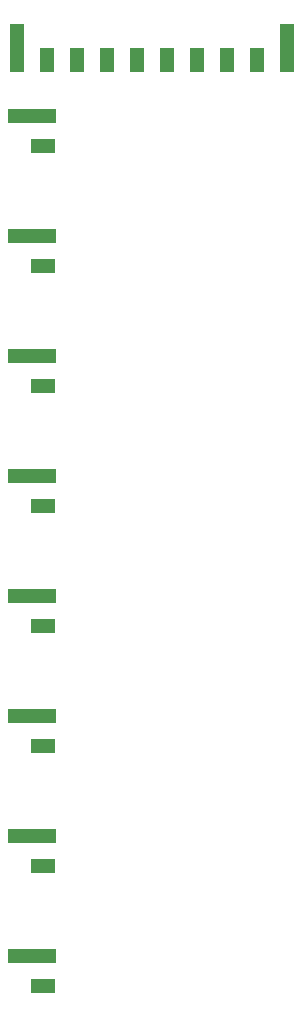
<source format=gbr>
G04 DesignSpark PCB Gerber Version 10.0 Build 5299*
%FSLAX35Y35*%
%MOIN*%
%ADD135R,0.04537X0.08474*%
%ADD136R,0.04537X0.16348*%
%ADD137R,0.08474X0.04537*%
%ADD124R,0.16348X0.04537*%
X0Y0D02*
D02*
D124*
X27421Y30547D03*
Y70547D03*
Y110547D03*
Y150547D03*
Y190547D03*
Y230547D03*
Y270547D03*
Y310547D03*
D02*
D135*
X32421Y329246D03*
X42421D03*
X52421D03*
X62421D03*
X72421D03*
X82421D03*
X92421D03*
X102421D03*
D02*
D136*
X22421Y333047D03*
X112421D03*
D02*
D137*
X31215Y20547D03*
Y60547D03*
Y100547D03*
Y140547D03*
Y180547D03*
Y220547D03*
Y260547D03*
Y300547D03*
X0Y0D02*
M02*

</source>
